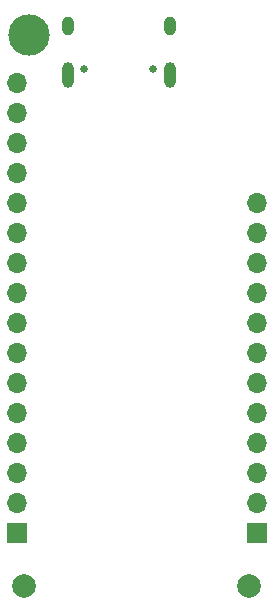
<source format=gbr>
%TF.GenerationSoftware,KiCad,Pcbnew,(6.0.4-0)*%
%TF.CreationDate,2022-11-23T21:06:30+01:00*%
%TF.ProjectId,ESP32_S2_MINI_1,45535033-325f-4533-925f-4d494e495f31,rev?*%
%TF.SameCoordinates,Original*%
%TF.FileFunction,Soldermask,Bot*%
%TF.FilePolarity,Negative*%
%FSLAX46Y46*%
G04 Gerber Fmt 4.6, Leading zero omitted, Abs format (unit mm)*
G04 Created by KiCad (PCBNEW (6.0.4-0)) date 2022-11-23 21:06:30*
%MOMM*%
%LPD*%
G01*
G04 APERTURE LIST*
G04 Aperture macros list*
%AMRoundRect*
0 Rectangle with rounded corners*
0 $1 Rounding radius*
0 $2 $3 $4 $5 $6 $7 $8 $9 X,Y pos of 4 corners*
0 Add a 4 corners polygon primitive as box body*
4,1,4,$2,$3,$4,$5,$6,$7,$8,$9,$2,$3,0*
0 Add four circle primitives for the rounded corners*
1,1,$1+$1,$2,$3*
1,1,$1+$1,$4,$5*
1,1,$1+$1,$6,$7*
1,1,$1+$1,$8,$9*
0 Add four rect primitives between the rounded corners*
20,1,$1+$1,$2,$3,$4,$5,0*
20,1,$1+$1,$4,$5,$6,$7,0*
20,1,$1+$1,$6,$7,$8,$9,0*
20,1,$1+$1,$8,$9,$2,$3,0*%
G04 Aperture macros list end*
%ADD10R,1.700000X1.700000*%
%ADD11O,1.700000X1.700000*%
%ADD12C,2.000000*%
%ADD13C,3.500000*%
%ADD14C,0.670000*%
%ADD15RoundRect,0.500000X0.000000X0.300000X0.000000X0.300000X0.000000X-0.300000X0.000000X-0.300000X0*%
%ADD16RoundRect,0.500000X0.000000X0.600000X0.000000X0.600000X0.000000X-0.600000X0.000000X-0.600000X0*%
G04 APERTURE END LIST*
D10*
%TO.C,J3*%
X182880000Y-101600000D03*
D11*
X182880000Y-99060000D03*
X182880000Y-96520000D03*
X182880000Y-93980000D03*
X182880000Y-91440000D03*
X182880000Y-88900000D03*
X182880000Y-86360000D03*
X182880000Y-83820000D03*
X182880000Y-81280000D03*
X182880000Y-78740000D03*
X182880000Y-76200000D03*
X182880000Y-73660000D03*
X182880000Y-71120000D03*
X182880000Y-68580000D03*
X182880000Y-66040000D03*
X182880000Y-63500000D03*
%TD*%
D10*
%TO.C,J2*%
X203200000Y-101600000D03*
D11*
X203200000Y-99060000D03*
X203200000Y-96520000D03*
X203200000Y-93980000D03*
X203200000Y-91440000D03*
X203200000Y-88900000D03*
X203200000Y-86360000D03*
X203200000Y-83820000D03*
X203200000Y-81280000D03*
X203200000Y-78740000D03*
X203200000Y-76200000D03*
X203200000Y-73660000D03*
%TD*%
D12*
%TO.C,H3*%
X183515000Y-106045000D03*
%TD*%
%TO.C,H2*%
X202565000Y-106045000D03*
%TD*%
D13*
%TO.C,H1*%
X183900000Y-59400000D03*
%TD*%
D14*
%TO.C,J1*%
X188620032Y-62295268D03*
X194420032Y-62295268D03*
D15*
X195840032Y-58645268D03*
D16*
X187200032Y-62825268D03*
D15*
X187200032Y-58645268D03*
D16*
X195840032Y-62825268D03*
%TD*%
M02*

</source>
